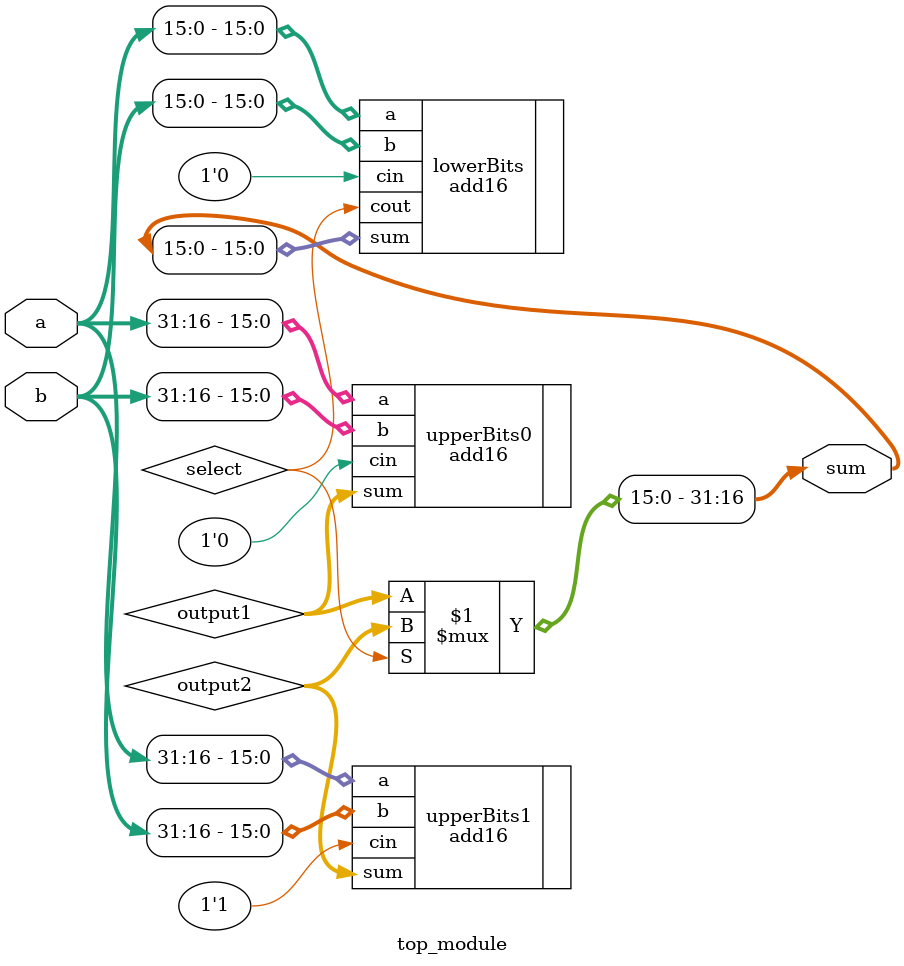
<source format=v>
module top_module(
  input [31:0] a,
  input [31:0] b,
  output [31:0] sum
);
    
  wire select;
  wire [15:0] output1;
  wire [15:0] output2;
  
  // Lower Bits:
  add16 lowerBits (.a(a[15:0]), .b(b[15:0]), .cin(1'b0), .sum(sum[15:0]), .cout(select));
  
  // Upper Bits:
  add16 upperBits0 (.a(a[31:16]), .b(b[31:16]), .cin(1'b0), .sum(output1));
  add16 upperBits1 (.a(a[31:16]), .b(b[31:16]), .cin(1'b1), .sum(output2));
  
  // MUX:
  assign sum[31:16] = (select) ? output2 : output1;

endmodule
</source>
